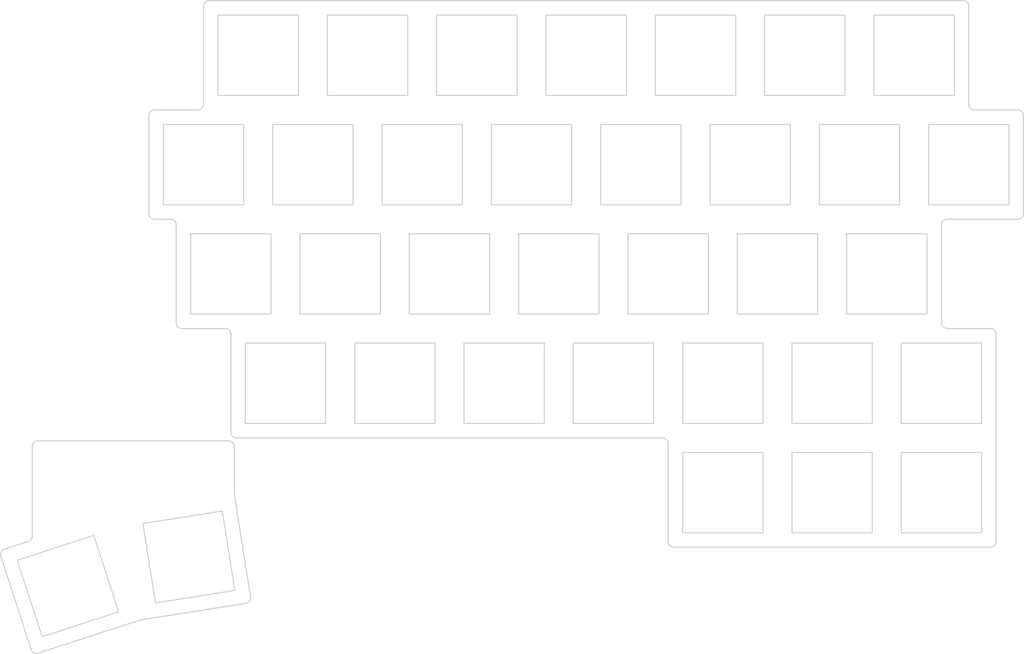
<source format=kicad_pcb>
(kicad_pcb (version 20221018) (generator pcbnew)
  (layers (0 "F.Cu" signal) (31 "B.Cu" signal) (34 "B.Paste" user) (35 "F.Paste" user) (36 "B.SilkS" user "B.Silkscreen") (37 "F.SilkS" user "F.Silkscreen") (38 "B.Mask" user) (39 "F.Mask" user) (44 "Edge.Cuts" user))
  (net 0 "")
  (footprint "MountingHole:MountingHole_2.2mm_M2" (layer "F.Cu") (at 185.73 94.76)
    (fp_text reference "REF**" hide)
    (fp_text value "MountingHole_2.2mm_M2" hide)
    (pad "" np_thru_hole circle locked (at 0 0) (size 2.2 2.2) (drill 2.2) (layers "F&B.Cu" "*.Mask"))
  )
  (footprint "MountingHole:MountingHole_2.2mm_M2" (layer "F.Cu") (at 85.725 57.658)
    (fp_text reference "REF**" hide)
    (fp_text value "MountingHole_2.2mm_M2" hide)
    (pad "" np_thru_hole circle locked (at 0 0) (size 2.2 2.2) (drill 2.2) (layers "F&B.Cu" "*.Mask"))
  )
  (footprint "MountingHole:MountingHole_2.2mm_M2" (layer "F.Cu") (at 147.66 76.68)
    (fp_text reference "REF**" hide)
    (fp_text value "MountingHole_2.2mm_M2" hide)
    (pad "" np_thru_hole circle locked (at 0 0) (size 2.2 2.2) (drill 2.2) (layers "F&B.Cu" "*.Mask"))
  )
  (footprint "MountingHole:MountingHole_2.2mm_M2" (layer "F.Cu") (at 195.25 114.24)
    (fp_text reference "REF**" hide)
    (fp_text value "MountingHole_2.2mm_M2" hide)
    (pad "" np_thru_hole circle locked (at 0 0) (size 2.2 2.2) (drill 2.2) (layers "F&B.Cu" "*.Mask"))
  )
  (footprint "MountingHole:MountingHole_2.2mm_M2" (layer "F.Cu") (at 161.925 57.658)
    (fp_text reference "REF**" hide)
    (fp_text value "MountingHole_2.2mm_M2" hide)
    (pad "" np_thru_hole circle locked (at 0 0) (size 2.2 2.2) (drill 2.2) (layers "F&B.Cu" "*.Mask"))
  )
  (footprint "MountingHole:MountingHole_2.2mm_M2" (layer "F.Cu") (at 200.025 57.6326)
    (fp_text reference "REF**" hide)
    (fp_text value "MountingHole_2.2mm_M2" hide)
    (pad "" np_thru_hole circle locked (at 0 0) (size 2.2 2.2) (drill 2.2) (layers "F&B.Cu" "*.Mask"))
  )
  (footprint "MountingHole:MountingHole_2.2mm_M2" (layer "F.Cu") (at 62.33 134.25)
    (fp_text reference "REF**" hide)
    (fp_text value "MountingHole_2.2mm_M2" hide)
    (pad "" np_thru_hole circle locked (at 0 0) (size 2.2 2.2) (drill 2.2) (layers "F&B.Cu" "*.Mask"))
  )
  (footprint "MountingHole:MountingHole_2.2mm_M2" (layer "F.Cu") (at 123.825 57.658)
    (fp_text reference "REF**" hide)
    (fp_text value "MountingHole_2.2mm_M2" hide)
    (pad "" np_thru_hole circle locked (at 0 0) (size 2.2 2.2) (drill 2.2) (layers "F&B.Cu" "*.Mask"))
  )
  (footprint "MountingHole:MountingHole_2.2mm_M2" (layer "F.Cu") (at 50.8 128.9)
    (fp_text reference "REF**" hide)
    (fp_text value "MountingHole_2.2mm_M2" hide)
    (pad "" np_thru_hole circle locked (at 0 0) (size 2.2 2.2) (drill 2.2) (layers "*.Cu" "*.Mask"))
  )
  (footprint "MountingHole:MountingHole_2.2mm_M2" (layer "F.Cu") (at 67.79 124.49)
    (fp_text reference "REF**" hide)
    (fp_text value "MountingHole_2.2mm_M2" hide)
    (pad "" np_thru_hole circle locked (at 0 0) (size 2.2 2.2) (drill 2.2) (layers "F&B.Cu" "*.Mask"))
  )
  (footprint "MountingHole:MountingHole_2.2mm_M2" (layer "F.Cu") (at 90.4748 94.742)
    (fp_text reference "REF**" hide)
    (fp_text value "MountingHole_2.2mm_M2" hide)
    (pad "" np_thru_hole circle locked (at 0 0) (size 2.2 2.2) (drill 2.2) (layers "F&B.Cu" "*.Mask"))
  )
  (footprint "MountingHole:MountingHole_2.2mm_M2" (layer "F.Cu") (at 176.2 114.3)
    (fp_text reference "REF**" hide)
    (fp_text value "MountingHole_2.2mm_M2" hide)
    (pad "" np_thru_hole circle locked (at 0 0) (size 2.2 2.2) (drill 2.2) (layers "F&B.Cu" "*.Mask"))
  )
  (footprint "MountingHole:MountingHole_2.2mm_M2" (layer "F.Cu") (at 138.1252 95.7326)
    (fp_text reference "REF**" hide)
    (fp_text value "MountingHole_2.2mm_M2" hide)
    (pad "" np_thru_hole circle locked (at 0 0) (size 2.2 2.2) (drill 2.2) (layers "F&B.Cu" "*.Mask"))
  )
  (gr_line (start 83.487001 111.775003) (end 97.487001 111.775003) (stroke (width 0.188976)) (layer "Edge.Cuts"))
  (gr_line (start 183.499994 59.675) (end 183.499994 73.675) (stroke (width 0.188976)) (layer "Edge.Cuts"))
  (gr_line (start 173.687006 130.824998) (end 173.687006 116.824998) (stroke (width 0.188976)) (layer "Edge.Cuts"))
  (gr_line (start 178.450006 59.675) (end 164.450006 59.675) (stroke (width 0.188976)) (layer "Edge.Cuts"))
  (gr_line (start 183.212 78.724999) (end 169.212 78.724999) (stroke (width 0.188976)) (layer "Edge.Cuts"))
  (gr_line (start 204.787 94.24349) (end 204.787 77.193488) (stroke (width 0.2)) (layer "Edge.Cuts"))
  (gr_arc (start 208.549459 38.09353) (mid 209.256582 38.386411) (end 209.5495 39.09353) (stroke (width 0.2)) (layer "Edge.Cuts"))
  (gr_arc (start 213.312 95.243488) (mid 214.019111 95.53638) (end 214.312 96.243488) (stroke (width 0.2)) (layer "Edge.Cuts"))
  (gr_line (start 126.35 59.675) (end 126.35 73.675) (stroke (width 0.188976)) (layer "Edge.Cuts"))
  (gr_line (start 116.536996 111.775003) (end 116.536996 97.775003) (stroke (width 0.188976)) (layer "Edge.Cuts"))
  (gr_line (start 173.687006 111.775003) (end 173.687006 97.775003) (stroke (width 0.188976)) (layer "Edge.Cuts"))
  (gr_line (start 83.199998 73.675) (end 83.199998 59.675) (stroke (width 0.188976)) (layer "Edge.Cuts"))
  (gr_line (start 188.262003 78.724999) (end 188.262003 92.724999) (stroke (width 0.188976)) (layer "Edge.Cuts"))
  (gr_line (start 207.025003 40.625) (end 193.025003 40.625) (stroke (width 0.188976)) (layer "Edge.Cuts"))
  (gr_line (start 48.076 148.930001) (end 61.391 144.602998) (stroke (width 0.188976)) (layer "Edge.Cuts"))
  (gr_line (start 83.552943 143.122904) (end 65.162211 146.03571) (stroke (width 0.2)) (layer "Edge.Cuts"))
  (gr_line (start 65.162211 146.03571) (end 47.408874 151.798889) (stroke (width 0.2)) (layer "Edge.Cuts"))
  (gr_arc (start 214.312 132.349003) (mid 214.019106 133.056108) (end 213.312 133.349003) (stroke (width 0.2)) (layer "Edge.Cuts"))
  (gr_line (start 140.35 59.675) (end 126.35 59.675) (stroke (width 0.188976)) (layer "Edge.Cuts"))
  (gr_line (start 173.687006 97.775003) (end 159.686998 97.775003) (stroke (width 0.188976)) (layer "Edge.Cuts"))
  (gr_line (start 150.161996 78.724999) (end 150.161996 92.724999) (stroke (width 0.188976)) (layer "Edge.Cuts"))
  (gr_line (start 112.061998 92.724999) (end 126.061998 92.724999) (stroke (width 0.188976)) (layer "Edge.Cuts"))
  (gr_line (start 188.262003 92.724999) (end 202.262003 92.724999) (stroke (width 0.188976)) (layer "Edge.Cuts"))
  (gr_line (start 81.560554 124.151009) (end 84.384196 141.978782) (stroke (width 0.2)) (layer "Edge.Cuts"))
  (gr_line (start 88.250002 73.675) (end 102.250002 73.675) (stroke (width 0.188976)) (layer "Edge.Cuts"))
  (gr_line (start 41.522264 133.68092) (end 45.670123 132.333173) (stroke (width 0.2)) (layer "Edge.Cuts"))
  (gr_line (start 130.824998 40.625) (end 116.824998 40.625) (stroke (width 0.188976)) (layer "Edge.Cuts"))
  (gr_line (start 154.637003 111.775003) (end 154.637003 97.775003) (stroke (width 0.188976)) (layer "Edge.Cuts"))
  (gr_line (start 107.299997 73.675) (end 121.299997 73.675) (stroke (width 0.188976)) (layer "Edge.Cuts"))
  (gr_line (start 183.212 92.724999) (end 183.212 78.724999) (stroke (width 0.188976)) (layer "Edge.Cuts"))
  (gr_line (start 159.686998 97.775003) (end 159.686998 111.775003) (stroke (width 0.188976)) (layer "Edge.Cuts"))
  (gr_line (start 219.0745 75.19349) (end 219.0745 58.143489) (stroke (width 0.2)) (layer "Edge.Cuts"))
  (gr_line (start 135.874002 40.625) (end 135.874002 54.624999) (stroke (width 0.188976)) (layer "Edge.Cuts"))
  (gr_line (start 111.775003 54.624999) (end 111.775003 40.625) (stroke (width 0.188976)) (layer "Edge.Cuts"))
  (gr_line (start 107.299997 59.675) (end 107.299997 73.675) (stroke (width 0.188976)) (layer "Edge.Cuts"))
  (gr_line (start 213.312 95.243488) (end 205.787 95.24349) (stroke (width 0.2)) (layer "Edge.Cuts"))
  (gr_line (start 159.686998 130.824998) (end 173.687006 130.824998) (stroke (width 0.188976)) (layer "Edge.Cuts"))
  (gr_line (start 69.199998 59.675) (end 69.199998 73.675) (stroke (width 0.188976)) (layer "Edge.Cuts"))
  (gr_line (start 97.487001 97.775003) (end 83.487001 97.775003) (stroke (width 0.188976)) (layer "Edge.Cuts"))
  (gr_arc (start 156.162 114.299002) (mid 156.869106 114.591895) (end 157.162 115.299002) (stroke (width 0.2)) (layer "Edge.Cuts"))
  (gr_line (start 46.3611 131.382118) (end 46.3611 115.799) (stroke (width 0.2)) (layer "Edge.Cuts"))
  (gr_line (start 154.923997 54.624999) (end 168.924997 54.624999) (stroke (width 0.188976)) (layer "Edge.Cuts"))
  (gr_line (start 135.874002 54.624999) (end 149.874002 54.624999) (stroke (width 0.188976)) (layer "Edge.Cuts"))
  (gr_arc (start 76.200002 39.098958) (mid 76.492896 38.391894) (end 77.199961 38.098958) (stroke (width 0.2)) (layer "Edge.Cuts"))
  (gr_line (start 81.653001 140.868997) (end 79.462999 127.041001) (stroke (width 0.188976)) (layer "Edge.Cuts"))
  (gr_line (start 169.212 92.724999) (end 183.212 92.724999) (stroke (width 0.188976)) (layer "Edge.Cuts"))
  (gr_line (start 67.675003 76.199002) (end 70.437001 76.199001) (stroke (width 0.2)) (layer "Edge.Cuts"))
  (gr_line (start 116.824998 40.625) (end 116.824998 54.624999) (stroke (width 0.188976)) (layer "Edge.Cuts"))
  (gr_line (start 121.299997 73.675) (end 121.299997 59.675) (stroke (width 0.188976)) (layer "Edge.Cuts"))
  (gr_line (start 92.725 54.624999) (end 92.725 40.625) (stroke (width 0.188976)) (layer "Edge.Cuts"))
  (gr_line (start 102.536996 111.775003) (end 116.536996 111.775003) (stroke (width 0.188976)) (layer "Edge.Cuts"))
  (gr_line (start 178.736993 111.775003) (end 192.736993 111.775003) (stroke (width 0.188976)) (layer "Edge.Cuts"))
  (gr_line (start 205.787 76.193488) (end 218.0745 76.19349) (stroke (width 0.2)) (layer "Edge.Cuts"))
  (gr_line (start 83.199998 59.675) (end 69.199998 59.675) (stroke (width 0.188976)) (layer "Edge.Cuts"))
  (gr_arc (start 204.787 77.193488) (mid 205.079897 76.486389) (end 205.787 76.193488) (stroke (width 0.2)) (layer "Edge.Cuts"))
  (gr_line (start 43.75 135.614999) (end 48.076 148.930001) (stroke (width 0.188976)) (layer "Edge.Cuts"))
  (gr_line (start 197.499994 73.675) (end 197.499994 59.675) (stroke (width 0.188976)) (layer "Edge.Cuts"))
  (gr_line (start 102.536996 97.775003) (end 102.536996 111.775003) (stroke (width 0.188976)) (layer "Edge.Cuts"))
  (gr_line (start 169.212 78.724999) (end 169.212 92.724999) (stroke (width 0.188976)) (layer "Edge.Cuts"))
  (gr_line (start 197.786996 116.824998) (end 197.786996 130.824998) (stroke (width 0.188976)) (layer "Edge.Cuts"))
  (gr_line (start 164.161996 92.724999) (end 164.161996 78.724999) (stroke (width 0.188976)) (layer "Edge.Cuts"))
  (gr_arc (start 218.0745 57.143489) (mid 218.781611 57.436382) (end 219.0745 58.143489) (stroke (width 0.2)) (layer "Edge.Cuts"))
  (gr_arc (start 80.560554 114.799) (mid 81.267691 115.091877) (end 81.560554 115.799) (stroke (width 0.2)) (layer "Edge.Cuts"))
  (gr_line (start 193.025003 40.625) (end 193.025003 54.624999) (stroke (width 0.188976)) (layer "Edge.Cuts"))
  (gr_arc (start 72.437002 95.249003) (mid 71.729893 94.956111) (end 71.437002 94.249003) (stroke (width 0.2)) (layer "Edge.Cuts"))
  (gr_line (start 208.549459 38.09353) (end 77.199961 38.098958) (stroke (width 0.2)) (layer "Edge.Cuts"))
  (gr_line (start 107.012003 78.724999) (end 93.011999 78.724999) (stroke (width 0.188976)) (layer "Edge.Cuts"))
  (gr_line (start 202.549997 73.675) (end 216.549997 73.675) (stroke (width 0.188976)) (layer "Edge.Cuts"))
  (gr_line (start 78.725 54.624999) (end 92.725 54.624999) (stroke (width 0.188976)) (layer "Edge.Cuts"))
  (gr_line (start 214.312 132.349003) (end 214.312 96.243488) (stroke (width 0.2)) (layer "Edge.Cuts"))
  (gr_arc (start 84.384196 141.978782) (mid 84.205518 142.722993) (end 83.552943 143.122904) (stroke (width 0.2)) (layer "Edge.Cuts"))
  (gr_line (start 131.112001 78.724999) (end 131.112001 92.724999) (stroke (width 0.188976)) (layer "Edge.Cuts"))
  (gr_line (start 78.725 40.625) (end 78.725 54.624999) (stroke (width 0.188976)) (layer "Edge.Cuts"))
  (gr_line (start 197.499994 59.675) (end 183.499994 59.675) (stroke (width 0.188976)) (layer "Edge.Cuts"))
  (gr_line (start 202.549997 59.675) (end 202.549997 73.675) (stroke (width 0.188976)) (layer "Edge.Cuts"))
  (gr_line (start 173.975 54.624999) (end 187.975 54.624999) (stroke (width 0.188976)) (layer "Edge.Cuts"))
  (gr_arc (start 210.5495 57.143492) (mid 209.842396 56.850598) (end 209.5495 56.143492) (stroke (width 0.2)) (layer "Edge.Cuts"))
  (gr_line (start 81.962001 114.299002) (end 156.162 114.299002) (stroke (width 0.2)) (layer "Edge.Cuts"))
  (gr_line (start 149.874002 40.625) (end 135.874002 40.625) (stroke (width 0.188976)) (layer "Edge.Cuts"))
  (gr_arc (start 158.162 133.349005) (mid 157.454891 133.056112) (end 157.162 132.349005) (stroke (width 0.2)) (layer "Edge.Cuts"))
  (gr_line (start 158.162 133.349005) (end 213.312 133.349003) (stroke (width 0.2)) (layer "Edge.Cuts"))
  (gr_line (start 140.637003 111.775003) (end 154.637003 111.775003) (stroke (width 0.188976)) (layer "Edge.Cuts"))
  (gr_arc (start 67.675003 76.199002) (mid 66.967894 75.90611) (end 66.675002 75.199002) (stroke (width 0.2)) (layer "Edge.Cuts"))
  (gr_line (start 47.3611 114.799) (end 80.560554 114.799) (stroke (width 0.2)) (layer "Edge.Cuts"))
  (gr_line (start 76.200002 39.098958) (end 76.200001 56.149) (stroke (width 0.2)) (layer "Edge.Cuts"))
  (gr_line (start 135.587 97.775003) (end 121.587 97.775003) (stroke (width 0.188976)) (layer "Edge.Cuts"))
  (gr_line (start 126.061998 92.724999) (end 126.061998 78.724999) (stroke (width 0.188976)) (layer "Edge.Cuts"))
  (gr_line (start 202.262003 78.724999) (end 188.262003 78.724999) (stroke (width 0.188976)) (layer "Edge.Cuts"))
  (gr_line (start 102.250002 59.675) (end 88.250002 59.675) (stroke (width 0.188976)) (layer "Edge.Cuts"))
  (gr_line (start 145.400003 73.675) (end 159.400003 73.675) (stroke (width 0.188976)) (layer "Edge.Cuts"))
  (gr_line (start 197.786996 111.775003) (end 211.786996 111.775003) (stroke (width 0.188976)) (layer "Edge.Cuts"))
  (gr_line (start 87.962 78.724999) (end 73.962 78.724999) (stroke (width 0.188976)) (layer "Edge.Cuts"))
  (gr_arc (start 46.3611 115.799) (mid 46.653993 115.091893) (end 47.3611 114.799) (stroke (width 0.2)) (layer "Edge.Cuts"))
  (gr_line (start 211.786996 130.824998) (end 211.786996 116.824998) (stroke (width 0.188976)) (layer "Edge.Cuts"))
  (gr_line (start 145.112001 78.724999) (end 131.112001 78.724999) (stroke (width 0.188976)) (layer "Edge.Cuts"))
  (gr_line (start 164.450006 73.675) (end 178.450006 73.675) (stroke (width 0.188976)) (layer "Edge.Cuts"))
  (gr_line (start 69.199998 73.675) (end 83.199998 73.675) (stroke (width 0.188976)) (layer "Edge.Cuts"))
  (gr_line (start 111.775003 40.625) (end 97.775003 40.625) (stroke (width 0.188976)) (layer "Edge.Cuts"))
  (gr_line (start 65.634 129.231004) (end 67.824998 143.058999) (stroke (width 0.188976)) (layer "Edge.Cuts"))
  (gr_line (start 178.736993 130.824998) (end 192.736993 130.824998) (stroke (width 0.188976)) (layer "Edge.Cuts"))
  (gr_line (start 97.775003 54.624999) (end 111.775003 54.624999) (stroke (width 0.188976)) (layer "Edge.Cuts"))
  (gr_line (start 218.0745 57.143489) (end 210.5495 57.143492) (stroke (width 0.2)) (layer "Edge.Cuts"))
  (gr_line (start 116.536996 97.775003) (end 102.536996 97.775003) (stroke (width 0.188976)) (layer "Edge.Cuts"))
  (gr_line (start 209.5495 56.143492) (end 209.5495 39.09353) (stroke (width 0.2)) (layer "Edge.Cuts"))
  (gr_line (start 81.560554 115.799) (end 81.560554 124.151009) (stroke (width 0.2)) (layer "Edge.Cuts"))
  (gr_line (start 80.962001 96.248999) (end 80.962001 113.299002) (stroke (width 0.2)) (layer "Edge.Cuts"))
  (gr_line (start 67.824998 143.058999) (end 81.653001 140.868997) (stroke (width 0.188976)) (layer "Edge.Cuts"))
  (gr_line (start 71.437002 77.199001) (end 71.437002 94.249003) (stroke (width 0.2)) (layer "Edge.Cuts"))
  (gr_line (start 88.250002 59.675) (end 88.250002 73.675) (stroke (width 0.188976)) (layer "Edge.Cuts"))
  (gr_line (start 93.011999 78.724999) (end 93.011999 92.724999) (stroke (width 0.188976)) (layer "Edge.Cuts"))
  (gr_arc (start 46.3611 131.382118) (mid 46.170112 131.969892) (end 45.670123 132.333173) (stroke (width 0.2)) (layer "Edge.Cuts"))
  (gr_arc (start 70.437001 76.199001) (mid 71.144107 76.491895) (end 71.437002 77.199001) (stroke (width 0.2)) (layer "Edge.Cuts"))
  (gr_arc (start 219.0745 75.19349) (mid 218.78161 75.900603) (end 218.0745 76.19349) (stroke (width 0.2)) (layer "Edge.Cuts"))
  (gr_line (start 79.462999 127.041001) (end 65.634 129.231004) (stroke (width 0.188976)) (layer "Edge.Cuts"))
  (gr_line (start 183.499994 73.675) (end 197.499994 73.675) (stroke (width 0.188976)) (layer "Edge.Cuts"))
  (gr_line (start 159.686998 111.775003) (end 173.687006 111.775003) (stroke (width 0.188976)) (layer "Edge.Cuts"))
  (gr_line (start 192.736993 116.824998) (end 178.736993 116.824998) (stroke (width 0.188976)) (layer "Edge.Cuts"))
  (gr_line (start 66.675002 58.149) (end 66.675002 75.199002) (stroke (width 0.2)) (layer "Edge.Cuts"))
  (gr_line (start 73.962 78.724999) (end 73.962 92.724999) (stroke (width 0.188976)) (layer "Edge.Cuts"))
  (gr_line (start 73.962 92.724999) (end 87.962 92.724999) (stroke (width 0.188976)) (layer "Edge.Cuts"))
  (gr_line (start 168.924997 40.625) (end 154.923997 40.625) (stroke (width 0.188976)) (layer "Edge.Cuts"))
  (gr_line (start 102.250002 73.675) (end 102.250002 59.675) (stroke (width 0.188976)) (layer "Edge.Cuts"))
  (gr_arc (start 47.408874 151.798889) (mid 46.645988 151.738702) (end 46.149054 151.156767) (stroke (width 0.2)) (layer "Edge.Cuts"))
  (gr_line (start 207.025003 54.624999) (end 207.025003 40.625) (stroke (width 0.188976)) (layer "Edge.Cuts"))
  (gr_line (start 211.786996 116.824998) (end 197.786996 116.824998) (stroke (width 0.188976)) (layer "Edge.Cuts"))
  (gr_line (start 145.112001 92.724999) (end 145.112001 78.724999) (stroke (width 0.188976)) (layer "Edge.Cuts"))
  (gr_line (start 192.736993 130.824998) (end 192.736993 116.824998) (stroke (width 0.188976)) (layer "Edge.Cuts"))
  (gr_arc (start 79.962001 95.248999) (mid 80.669107 95.541893) (end 80.962001 96.248999) (stroke (width 0.2)) (layer "Edge.Cuts"))
  (gr_line (start 140.35 73.675) (end 140.35 59.675) (stroke (width 0.188976)) (layer "Edge.Cuts"))
  (gr_line (start 154.637003 97.775003) (end 140.637003 97.775003) (stroke (width 0.188976)) (layer "Edge.Cuts"))
  (gr_line (start 97.775003 40.625) (end 97.775003 54.624999) (stroke (width 0.188976)) (layer "Edge.Cuts"))
  (gr_line (start 173.687006 116.824998) (end 159.686998 116.824998) (stroke (width 0.188976)) (layer "Edge.Cuts"))
  (gr_line (start 57.065 131.289002) (end 43.75 135.614999) (stroke (width 0.188976)) (layer "Edge.Cuts"))
  (gr_line (start 121.587 111.775003) (end 135.587 111.775003) (stroke (width 0.188976)) (layer "Edge.Cuts"))
  (gr_line (start 46.149054 151.156767) (end 40.88023 134.940992) (stroke (width 0.2)) (layer "Edge.Cuts"))
  (gr_line (start 130.824998 54.624999) (end 130.824998 40.625) (stroke (width 0.188976)) (layer "Edge.Cuts"))
  (gr_line (start 75.200001 57.149) (end 67.675002 57.149) (stroke (width 0.2)) (layer "Edge.Cuts"))
  (gr_line (start 116.824998 54.624999) (end 130.824998 54.624999) (stroke (width 0.188976)) (layer "Edge.Cuts"))
  (gr_arc (start 66.675002 58.149) (mid 66.967895 57.441894) (end 67.675002 57.149) (stroke (width 0.2)) (layer "Edge.Cuts"))
  (gr_line (start 178.736993 116.824998) (end 178.736993 130.824998) (stroke (width 0.188976)) (layer "Edge.Cuts"))
  (gr_line (start 159.400003 73.675) (end 159.400003 59.675) (stroke (width 0.188976)) (layer "Edge.Cuts"))
  (gr_line (start 92.725 40.625) (end 78.725 40.625) (stroke (width 0.188976)) (layer "Edge.Cuts"))
  (gr_line (start 87.962 92.724999) (end 87.962 78.724999) (stroke (width 0.188976)) (layer "Edge.Cuts"))
  (gr_line (start 145.400003 59.675) (end 145.400003 73.675) (stroke (width 0.188976)) (layer "Edge.Cuts"))
  (gr_arc (start 81.962001 114.299002) (mid 81.254893 114.006109) (end 80.962001 113.299002) (stroke (width 0.2)) (layer "Edge.Cuts"))
  (gr_line (start 187.975 40.625) (end 173.975 40.625) (stroke (width 0.188976)) (layer "Edge.Cuts"))
  (gr_line (start 159.686998 116.824998) (end 159.686998 130.824998) (stroke (width 0.188976)) (layer "Edge.Cuts"))
  (gr_line (start 121.587 97.775003) (end 121.587 111.775003) (stroke (width 0.188976)) (layer "Edge.Cuts"))
  (gr_line (start 157.162 115.299002) (end 157.162 132.349005) (stroke (width 0.2)) (layer "Edge.Cuts"))
  (gr_line (start 121.299997 59.675) (end 107.299997 59.675) (stroke (width 0.188976)) (layer "Edge.Cuts"))
  (gr_arc (start 205.787 95.24349) (mid 205.079897 94.950596) (end 204.787 94.24349) (stroke (width 0.2)) (layer "Edge.Cuts"))
  (gr_line (start 61.391 144.602998) (end 57.065 131.289002) (stroke (width 0.188976)) (layer "Edge.Cuts"))
  (gr_line (start 126.35 73.675) (end 140.35 73.675) (stroke (width 0.188976)) (layer "Edge.Cuts"))
  (gr_line (start 107.012003 92.724999) (end 107.012003 78.724999) (stroke (width 0.188976)) (layer "Edge.Cuts"))
  (gr_line (start 192.736993 97.775003) (end 178.736993 97.775003) (stroke (width 0.188976)) (layer "Edge.Cuts"))
  (gr_line (start 149.874002 54.624999) (end 149.874002 40.625) (stroke (width 0.188976)) (layer "Edge.Cuts"))
  (gr_line (start 97.487001 111.775003) (end 97.487001 97.775003) (stroke (width 0.188976)) (layer "Edge.Cuts"))
  (gr_line (start 131.112001 92.724999) (end 145.112001 92.724999) (stroke (width 0.188976)) (layer "Edge.Cuts"))
  (gr_line (start 193.025003 54.624999) (end 207.025003 54.624999) (stroke (width 0.188976)) (layer "Edge.Cuts"))
  (gr_line (start 154.923997 40.625) (end 154.923997 54.624999) (stroke (width 0.188976)) (layer "Edge.Cuts"))
  (gr_line (start 150.161996 92.724999) (end 164.161996 92.724999) (stroke (width 0.188976)) (layer "Edge.Cuts"))
  (gr_line (start 112.061998 78.724999) (end 112.061998 92.724999) (stroke (width 0.188976)) (layer "Edge.Cuts"))
  (gr_line (start 159.400003 59.675) (end 145.400003 59.675) (stroke (width 0.188976)) (layer "Edge.Cuts"))
  (gr_line (start 168.924997 54.624999) (end 168.924997 40.625) (stroke (width 0.188976)) (layer "Edge.Cuts"))
  (gr_arc (start 40.88023 134.940992) (mid 40.940293 134.178) (end 41.522264 133.68092) (stroke (width 0.2)) (layer "Edge.Cuts"))
  (gr_line (start 72.437002 95.249003) (end 79.962001 95.248999) (stroke (width 0.2)) (layer "Edge.Cuts"))
  (gr_line (start 216.549997 59.675) (end 202.549997 59.675) (stroke (width 0.188976)) (layer "Edge.Cuts"))
  (gr_line (start 140.637003 97.775003) (end 140.637003 111.775003) (stroke (width 0.188976)) (layer "Edge.Cuts"))
  (gr_line (start 164.161996 78.724999) (end 150.161996 78.724999) (stroke (width 0.188976)) (layer "Edge.Cuts"))
  (gr_line (start 178.736993 97.775003) (end 178.736993 111.775003) (stroke (width 0.188976)) (layer "Edge.Cuts"))
  (gr_line (start 192.736993 111.775003) (end 192.736993 97.775003) (stroke (width 0.188976)) (layer "Edge.Cuts"))
  (gr_line (start 202.262003 92.724999) (end 202.262003 78.724999) (stroke (width 0.188976)) (layer "Edge.Cuts"))
  (gr_line (start 211.786996 97.775003) (end 197.786996 97.775003) (stroke (width 0.188976)) (layer "Edge.Cuts"))
  (gr_line (start 187.975 54.624999) (end 187.975 40.625) (stroke (width 0.188976)) (layer "Edge.Cuts"))
  (gr_line (start 211.786996 111.775003) (end 211.786996 97.775003) (stroke (width 0.188976)) (layer "Edge.Cuts"))
  (gr_line (start 83.487001 97.775003) (end 83.487001 111.775003) (stroke (width 0.188976)) (layer "Edge.Cuts"))
  (gr_arc (start 76.200001 56.149) (mid 75.907108 56.856107) (end 75.200001 57.149) (stroke (width 0.2)) (layer "Edge.Cuts"))
  (gr_line (start 164.450006 59.675) (end 164.450006 73.675) (stroke (width 0.188976)) (layer "Edge.Cuts"))
  (gr_line (start 135.587 111.775003) (end 135.587 97.775003) (stroke (width 0.188976)) (layer "Edge.Cuts"))
  (gr_line (start 178.450006 73.675) (end 178.450006 59.675) (stroke (width 0.188976)) (layer "Edge.Cuts"))
  (gr_line (start 93.011999 92.724999) (end 107.012003 92.724999) (stroke (width 0.188976)) (layer "Edge.Cuts"))
  (gr_line (start 216.549997 73.675) (end 216.549997 59.675) (stroke (width 0.188976)) (layer "Edge.Cuts"))
  (gr_line (start 197.786996 97.775003) (end 197.786996 111.775003) (stroke (width 0.188976)) (layer "Edge.Cuts"))
  (gr_line (start 197.786996 130.824998) (end 211.786996 130.824998) (stroke (width 0.188976)) (layer "Edge.Cuts"))
  (gr_line (start 126.061998 78.724999) (end 112.061998 78.724999) (stroke (width 0.188976)) (layer "Edge.Cuts"))
  (gr_line (start 173.975 40.625) (end 173.975 54.624999) (stroke (width 0.188976)) (layer "Edge.Cuts"))
)
</source>
